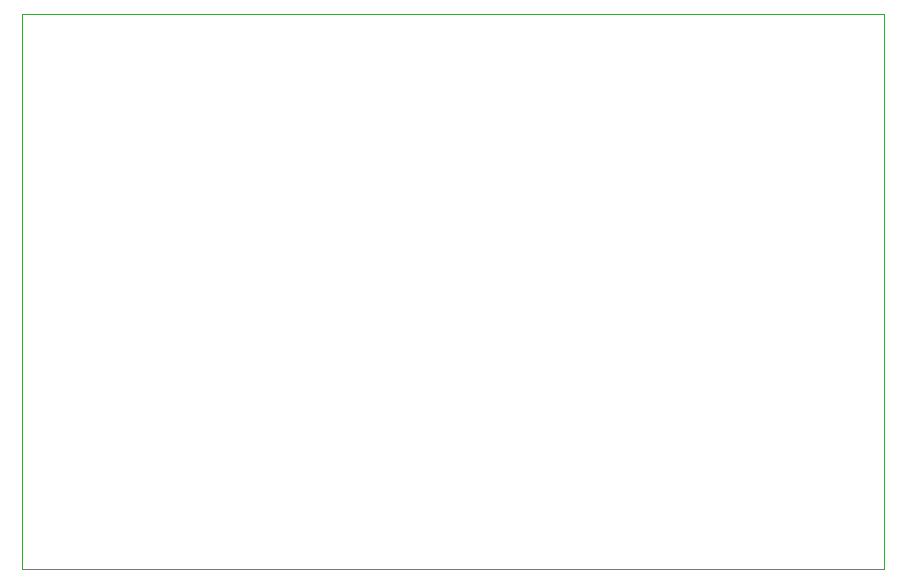
<source format=gbr>
%TF.GenerationSoftware,KiCad,Pcbnew,9.0.6*%
%TF.CreationDate,2026-02-11T18:38:51+01:00*%
%TF.ProjectId,Boost converter,426f6f73-7420-4636-9f6e-766572746572,B*%
%TF.SameCoordinates,Original*%
%TF.FileFunction,Profile,NP*%
%FSLAX46Y46*%
G04 Gerber Fmt 4.6, Leading zero omitted, Abs format (unit mm)*
G04 Created by KiCad (PCBNEW 9.0.6) date 2026-02-11 18:38:51*
%MOMM*%
%LPD*%
G01*
G04 APERTURE LIST*
%TA.AperFunction,Profile*%
%ADD10C,0.050000*%
%TD*%
G04 APERTURE END LIST*
D10*
X140000000Y-110000000D02*
X140000000Y-157000000D01*
X140000000Y-157000000D02*
X213000000Y-157000000D01*
X213000000Y-110000000D02*
X140000000Y-110000000D01*
X213000000Y-157000000D02*
X213000000Y-110000000D01*
M02*

</source>
